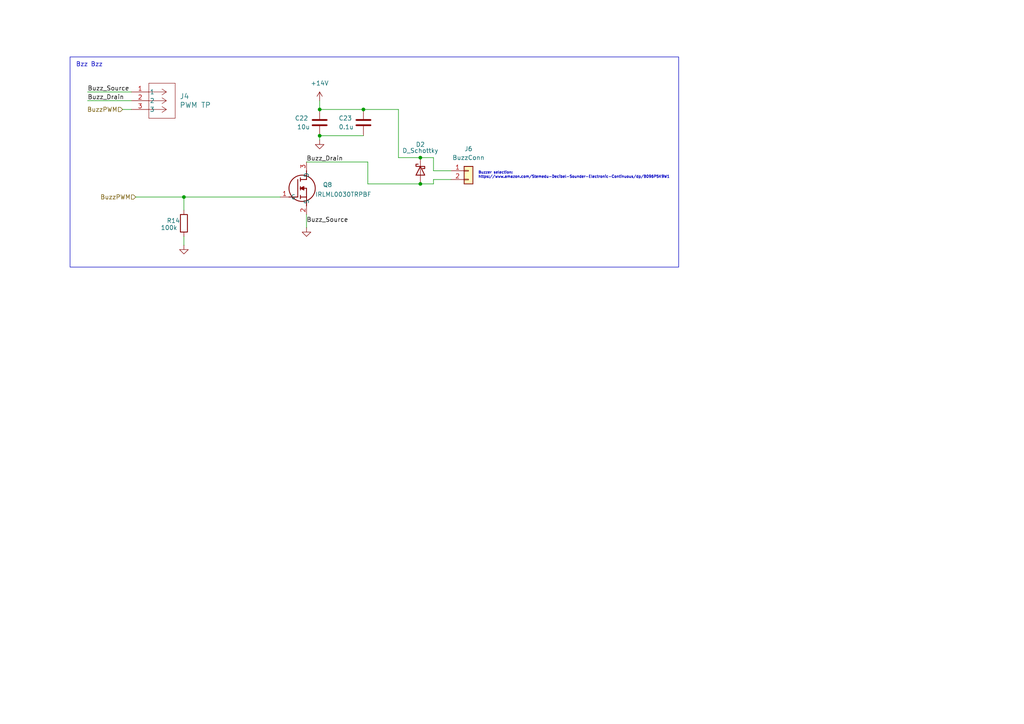
<source format=kicad_sch>
(kicad_sch (version 20250114) (generator "eeschema") (generator_version "9.0")
  (paper "A4")
  (lib_symbols
    (symbol "0022284030:22284030" (pin_names (offset 0.254))
      (property "Reference" "J" (at 8.89 6.35 0))
      (property "Value" "22284030" (at 0 0 0))
      (symbol "22284030_1_1"
        (polyline (pts (xy 5.08 2.54) (xy 5.08 -7.62)) (stroke (width 0.127)))
        (polyline (pts (xy 5.08 -7.62) (xy 12.7 -7.62)) (stroke (width 0.127)))
        (polyline (pts (xy 10.16 0) (xy 5.08 0)) (stroke (width 0.127)))
        (polyline (pts (xy 10.16 0) (xy 8.89 0.8467)) (stroke (width 0.127)))
        (polyline (pts (xy 10.16 0) (xy 8.89 -0.8467)) (stroke (width 0.127)))
        (polyline (pts (xy 10.16 -2.54) (xy 5.08 -2.54)) (stroke (width 0.127)))
        (polyline (pts (xy 10.16 -2.54) (xy 8.89 -1.6933)) (stroke (width 0.127)))
        (polyline (pts (xy 10.16 -2.54) (xy 8.89 -3.3867)) (stroke (width 0.127)))
        (polyline (pts (xy 10.16 -5.08) (xy 5.08 -5.08)) (stroke (width 0.127)))
        (polyline (pts (xy 10.16 -5.08) (xy 8.89 -4.2333)) (stroke (width 0.127)))
        (polyline (pts (xy 10.16 -5.08) (xy 8.89 -5.9267)) (stroke (width 0.127)))
        (polyline (pts (xy 12.7 2.54) (xy 5.08 2.54)) (stroke (width 0.127)))
        (polyline (pts (xy 12.7 -7.62) (xy 12.7 2.54)) (stroke (width 0.127)))
        (pin unspecified line (at 0 0 0) (length 5.08) (name "1") (number "1"))
        (pin unspecified line (at 0 -2.54 0) (length 5.08) (name "2") (number "2"))
        (pin unspecified line (at 0 -5.08 0) (length 5.08) (name "3") (number "3"))
      )
      (symbol "22284030_1_2"
        (polyline (pts (xy 5.08 2.54) (xy 5.08 -7.62)) (stroke (width 0.127)))
        (polyline (pts (xy 5.08 -7.62) (xy 12.7 -7.62)) (stroke (width 0.127)))
        (polyline (pts (xy 7.62 0) (xy 5.08 0)) (stroke (width 0.127)))
        (polyline (pts (xy 7.62 0) (xy 8.89 0.8467)) (stroke (width 0.127)))
        (polyline (pts (xy 7.62 0) (xy 8.89 -0.8467)) (stroke (width 0.127)))
        (polyline (pts (xy 7.62 -2.54) (xy 5.08 -2.54)) (stroke (width 0.127)))
        (polyline (pts (xy 7.62 -2.54) (xy 8.89 -1.6933)) (stroke (width 0.127)))
        (polyline (pts (xy 7.62 -2.54) (xy 8.89 -3.3867)) (stroke (width 0.127)))
        (polyline (pts (xy 7.62 -5.08) (xy 5.08 -5.08)) (stroke (width 0.127)))
        (polyline (pts (xy 7.62 -5.08) (xy 8.89 -4.2333)) (stroke (width 0.127)))
        (polyline (pts (xy 7.62 -5.08) (xy 8.89 -5.9267)) (stroke (width 0.127)))
        (polyline (pts (xy 12.7 2.54) (xy 5.08 2.54)) (stroke (width 0.127)))
        (polyline (pts (xy 12.7 -7.62) (xy 12.7 2.54)) (stroke (width 0.127)))
        (pin unspecified line (at 0 0 0) (length 5.08) (name "1") (number "1"))
        (pin unspecified line (at 0 -2.54 0) (length 5.08) (name "2") (number "2"))
        (pin unspecified line (at 0 -5.08 0) (length 5.08) (name "3") (number "3"))
      )
    )
    (symbol "Connector_Generic:Conn_01x02" (pin_names (offset 1.016) (hide yes))
      (property "Reference" "J" (at 0 2.54 0))
      (property "Value" "Conn_01x02" (at 0 -5.08 0))
      (symbol "Conn_01x02_1_1"
        (rectangle (start -1.27 1.27) (end 1.27 -3.81) (stroke (width 0.254)) (fill (type background)))
        (rectangle (start -1.27 0.127) (end 0 -0.127) (stroke (width 0.1524)))
        (rectangle (start -1.27 -2.413) (end 0 -2.667) (stroke (width 0.1524)))
        (pin passive line (at -5.08 0 0) (length 3.81) (name "Pin_1") (number "1"))
        (pin passive line (at -5.08 -2.54 0) (length 3.81) (name "Pin_2") (number "2"))
      )
    )
    (symbol "Device:C" (pin_numbers (hide yes)) (pin_names (offset 0.254))
      (property "Reference" "C" (at 0.635 2.54 0))
      (property "Value" "C" (at 0.635 -2.54 0))
      (symbol "C_0_1"
        (polyline (pts (xy -2.032 0.762) (xy 2.032 0.762)) (stroke (width 0.508)))
        (polyline (pts (xy -2.032 -0.762) (xy 2.032 -0.762)) (stroke (width 0.508)))
      )
      (symbol "C_1_1"
        (pin passive line (at 0 3.81 270) (length 2.794) (name "~") (number "1"))
        (pin passive line (at 0 -3.81 90) (length 2.794) (name "~") (number "2"))
      )
    )
    (symbol "Device:D_Schottky" (pin_numbers (hide yes)) (pin_names (offset 1.016) (hide yes))
      (property "Reference" "D6" (at -0.3175 6.35 0))
      (property "Value" "D_Schottky" (at -0.3175 3.81 0))
      (property "Description" "Schottky diode" (at 0 0 0))
      (symbol "D_Schottky_0_1"
        (polyline (pts (xy -1.905 0.635) (xy -1.905 1.27) (xy -1.27 1.27) (xy -1.27 -1.27) (xy -0.635 -1.27) (xy -0.635 -0.635)) (stroke (width 0.254)))
        (polyline (pts (xy 1.27 1.27) (xy 1.27 -1.27) (xy -1.27 0) (xy 1.27 1.27)) (stroke (width 0.254)))
        (polyline (pts (xy 1.27 0) (xy -1.27 0)))
      )
      (symbol "D_Schottky_1_1"
        (pin passive line (at -3.81 0 0) (length 2.54) (name "K") (number "1"))
        (pin passive line (at 3.81 0 180) (length 2.54) (name "A") (number "2"))
      )
    )
    (symbol "Device:R" (pin_numbers (hide yes)) (pin_names (offset 0))
      (property "Reference" "R" (at 2.032 0 90))
      (property "Value" "R" (at 0 0 90))
      (symbol "R_0_1"
        (rectangle (start -1.016 -2.54) (end 1.016 2.54) (stroke (width 0.254)))
      )
      (symbol "R_1_1"
        (pin passive line (at 0 3.81 270) (length 1.27) (name "~") (number "1"))
        (pin passive line (at 0 -3.81 90) (length 1.27) (name "~") (number "2"))
      )
    )
    (symbol "IRLML0030TRPBF:IRLML0030TRPBF"
      (property "Reference" "Q12" (at 10.16 7.62 0))
      (property "Value" "IRLML0030TRPBF" (at 10.16 5.08 0))
      (symbol "IRLML0030TRPBF_1_1"
        (polyline (pts (xy 5.08 -3.81) (xy 7.62 -3.81)) (stroke (width 0.254)))
        (polyline (pts (xy 7.62 1.27) (xy 7.62 -3.81)) (stroke (width 0.254)))
        (polyline (pts (xy 8.382 1.778) (xy 8.382 0.762)) (stroke (width 0.254)))
        (polyline (pts (xy 8.382 -1.27) (xy 9.398 -0.762) (xy 9.398 -1.778) (xy 8.382 -1.27)) (stroke (width 0.254)) (fill (type outline)))
        (polyline (pts (xy 8.382 -1.778) (xy 8.382 -0.762)) (stroke (width 0.254)))
        (polyline (pts (xy 8.382 -3.81) (xy 10.16 -3.81)) (stroke (width 0.254)))
        (polyline (pts (xy 8.382 -4.318) (xy 8.382 -3.302)) (stroke (width 0.254)))
        (circle (center 8.89 -1.27) (radius 3.81) (stroke (width 0.254)))
        (polyline (pts (xy 10.16 1.27) (xy 8.382 1.27)) (stroke (width 0.254)))
        (polyline (pts (xy 10.16 1.27) (xy 10.16 3.81)) (stroke (width 0.254)))
        (polyline (pts (xy 10.16 -1.27) (xy 8.382 -1.27)) (stroke (width 0.254)))
        (polyline (pts (xy 10.16 -1.27) (xy 10.16 -6.35)) (stroke (width 0.254)))
        (pin passive line (at 2.54 -3.81 0) (length 2.54) (name "G") (number "1"))
        (pin passive line (at 10.16 6.35 270) (length 2.54) (name "D") (number "3"))
        (pin passive line (at 10.16 -8.89 90) (length 2.54) (name "S") (number "2"))
      )
    )
    (symbol "power:+12V" (power) (pin_numbers (hide yes)) (pin_names (offset 0) (hide yes))
      (property "Value" "+12V" (at 0 3.556 0))
      (symbol "+12V_0_1"
        (polyline (pts (xy -0.762 1.27) (xy 0 2.54)))
        (polyline (pts (xy 0 2.54) (xy 0.762 1.27)))
        (polyline (pts (xy 0 0) (xy 0 2.54)))
      )
      (symbol "+12V_1_1"
        (pin power_in line (at 0 0 90) (length 0) (name "~") (number "1"))
      )
    )
    (symbol "power:GND" (power) (pin_numbers (hide yes)) (pin_names (offset 0) (hide yes))
      (property "Value" "GND" (at 0 -3.81 0))
      (symbol "GND_0_1"
        (polyline (pts (xy 0 0) (xy 0 -1.27) (xy 1.27 -1.27) (xy 0 -2.54) (xy -1.27 -1.27) (xy 0 -1.27)))
      )
      (symbol "GND_1_1"
        (pin power_in line (at 0 0 270) (length 0) (name "~") (number "1"))
      )
    )
  )
  (rectangle (start 20.32 16.51) (end 196.85 77.47))
  (text "Bzz Bzz\n" (at 25.908 18.796 0) (effects (font (size 1.27 1.27))))
  (text "Buzzer selection: \nhttps://www.amazon.com/Stemedu-Decibel-Sounder-Electronic-Continuous/dp/B096P5K9W1" (at 138.684 50.8 0) (effects (font (size 0.762 0.762)) (justify left)))
  (junction (at 121.92 53.34))
  (junction (at 105.41 31.75))
  (junction (at 53.34 57.15))
  (junction (at 92.71 31.75))
  (junction (at 121.92 45.72))
  (junction (at 92.71 39.37))
  (wire (pts (xy 121.92 53.34) (xy 125.73 53.34)))
  (wire (pts (xy 25.4 29.21) (xy 38.1 29.21)))
  (wire (pts (xy 125.73 45.72) (xy 125.73 49.53)))
  (wire (pts (xy 88.9 46.99) (xy 106.68 46.99)))
  (wire (pts (xy 92.71 29.21) (xy 92.71 31.75)))
  (wire (pts (xy 115.57 31.75) (xy 115.57 45.72)))
  (wire (pts (xy 105.41 31.75) (xy 92.71 31.75)))
  (wire (pts (xy 88.9 62.23) (xy 88.9 66.04)))
  (wire (pts (xy 125.73 52.07) (xy 125.73 53.34)))
  (wire (pts (xy 53.34 57.15) (xy 81.28 57.15)))
  (wire (pts (xy 53.34 60.96) (xy 53.34 57.15)))
  (wire (pts (xy 125.73 49.53) (xy 130.81 49.53)))
  (wire (pts (xy 106.68 46.99) (xy 106.68 53.34)))
  (wire (pts (xy 53.34 68.58) (xy 53.34 71.12)))
  (wire (pts (xy 105.41 31.75) (xy 115.57 31.75)))
  (wire (pts (xy 105.41 39.37) (xy 92.71 39.37)))
  (wire (pts (xy 35.56 31.75) (xy 38.1 31.75)))
  (wire (pts (xy 121.92 45.72) (xy 125.73 45.72)))
  (wire (pts (xy 106.68 53.34) (xy 121.92 53.34)))
  (wire (pts (xy 25.4 26.67) (xy 38.1 26.67)))
  (wire (pts (xy 115.57 45.72) (xy 121.92 45.72)))
  (wire (pts (xy 125.73 52.07) (xy 130.81 52.07)))
  (wire (pts (xy 39.37 57.15) (xy 53.34 57.15)))
  (wire (pts (xy 92.71 39.37) (xy 92.71 40.64)))
  (label "Buzz_Source" (at 88.9 64.77 0))
  (label "Buzz_Drain" (at 88.9 46.99 0))
  (label "Buzz_Source" (at 25.4 26.67 0))
  (label "Buzz_Drain" (at 25.4 29.21 0))
  (hierarchical_label "BuzzPWM" (shape input) (at 39.37 57.15 180))
  (hierarchical_label "BuzzPWM" (shape input) (at 35.56 31.75 180))
  (symbol (lib_id "power:GND") (at 88.9 66.04 0) (unit 1)
    (property "Reference" "#PWR011" (effects (hide yes)))
    (property "Value" "GND" (effects (hide yes)))
    (property "Description" "Power symbol creates a global label with name \"GND\" , ground" (effects (hide yes)))
  )
  (symbol (lib_id "Device:R") (at 53.34 64.77 0) (mirror x) (unit 1)
    (property "Reference" "R14" (at 50.292 64.008 0))
    (property "Value" "100k" (at 49.022 66.04 0))
    (property "Footprint" "Resistor_SMD:R_0603_1608Metric" (effects (hide yes)))
    (property "Description" "Resistor" (effects (hide yes)))
    (property "Distrbutor Link" "https://www.mouser.com/ProductDetail/Vishay/CRCW0603100KFKEE?qs=%252B6g0mu59x7I1D%252BO0qMg%252Bjg%3D%3D&srsltid=AfmBOopUoX5SRH4kgw3t3NsysWvdNpHKSQXbyiBR5Kri4fiJTbfEazFl" (effects (hide yes)))
    (property "Manufacturer" "Vishay" (effects (hide yes)))
    (property "P/N" "CRCW0603100KFKEE" (effects (hide yes)))
  )
  (symbol (lib_id "power:+12V") (at 92.71 29.21 0) (mirror y) (unit 1)
    (property "Reference" "#PWR040" (effects (hide yes)))
    (property "Value" "+14V" (at 92.71 24.13 0))
    (property "Description" "Power symbol creates a global label with name \"+12V\"" (effects (hide yes)))
  )
  (symbol (lib_id "Device:C") (at 92.71 35.56 0) (mirror y) (unit 1)
    (property "Reference" "C22" (at 89.408 34.29 0) (effects (justify left)))
    (property "Value" "10u" (at 89.916 36.83 0) (effects (justify left)))
    (property "Footprint" "Capacitor_SMD:C_0805_2012Metric" (effects (hide yes)))
    (property "Description" "Unpolarized capacitor" (effects (hide yes)))
    (property "Distrbutor Link" "https://www.mouser.com/ProductDetail/Murata-Electronics/GRM21BR61H106KE43K?qs=xZ%2FP%252Ba9zWqbh3%252B96jyTKxw%3D%3D&srsltid=AfmBOooOWPD4zTBWFOdsFTWSEfQ5tcdFt57vSozifhtwlehrhxhA2k6m" (effects (hide yes)))
    (property "Manufacturer" "Murata Electronics" (effects (hide yes)))
    (property "P/N" "GRM21BR61H106KE43K" (effects (hide yes)))
  )
  (symbol (lib_id "0022284030:22284030") (at 38.1 26.67 0) (unit 1)
    (property "Reference" "J4" (at 52.07 27.9399 0) (effects (font (size 1.524 1.524)) (justify left)))
    (property "Value" "PWM TP" (at 52.07 30.4799 0) (effects (font (size 1.524 1.524)) (justify left)))
    (property "Footprint" "22284030:CONN_SD-42375-001_M240_03_MOL" (effects (hide yes)))
    (property "Datasheet" "https://www.molex.com/en-us/products/part-detail-pdf/22284030?display=pdf" (effects (hide yes)))
    (property "P/N" "22-28-4030" (effects (hide yes)))
  )
  (symbol (lib_id "Device:C") (at 105.41 35.56 0) (mirror y) (unit 1)
    (property "Reference" "C23" (at 102.108 34.29 0) (effects (justify left)))
    (property "Value" "0.1u" (at 102.616 36.83 0) (effects (justify left)))
    (property "Footprint" "Capacitor_SMD:C_0603_1608Metric" (effects (hide yes)))
    (property "Description" "Unpolarized capacitor" (effects (hide yes)))
    (property "Distrbutor Link" "https://www.mouser.com/ProductDetail/TAIYO-YUDEN/MLASH168SB7104KTNA01?qs=tlsG%2FOw5FFi7JK68L1DgIQ%3D%3D&srsltid=AfmBOorVpJ3mcbZ5tis8ztDksE2XqfTExs2YzjOUm6_fYjixjAtIEVC5" (effects (hide yes)))
    (property "Manufacturer" "TAIYO YUDEN" (effects (hide yes)))
    (property "P/N" "MLASH168SB7104KTNA01" (effects (hide yes)))
  )
  (symbol (lib_id "Device:D_Schottky") (at 121.92 49.53 90) (mirror x) (unit 1)
    (property "Reference" "D2" (at 121.92 41.91 90))
    (property "Value" "D_Schottky" (at 121.92 43.688 90))
    (property "Footprint" "SK32A_LTP:SDO_DO-214AC-SMA_MCE" (effects (hide yes)))
    (property "Datasheet" "https://www.mouser.com/datasheet/3/225/1/SK32A-L-SK310A-L(SMA).pdf" (effects (hide yes)))
    (property "Description" "Schottky diode" (effects (hide yes)))
    (property "Distrbutor Link" "https://www.mouser.com/ProductDetail/Micro-Commercial-Components-MCC/SK32A-LTP?qs=JeAkOuORR2U5XhGW5SLK2g%3D%3D&srsltid=AfmBOoqFiyx6irMBt28Q3Vo65pAmn7yAO98wOsjACKNj2Ab_fSU83u8p" (effects (hide yes)))
    (property "Manufacturer" "Micro Commercial Components (MCC)" (effects (hide yes)))
    (property "P/N" "SK32A-LTP" (effects (hide yes)))
  )
  (symbol (lib_id "Connector_Generic:Conn_01x02") (at 135.89 49.53 0) (unit 1)
    (property "Reference" "J6" (at 135.89 43.18 0))
    (property "Value" "BuzzConn" (at 135.89 45.72 0))
    (property "Footprint" "153091202:1053091202" (effects (hide yes)))
    (property "Datasheet" "https://www.molex.com/en-us/products/part-detail/1053091202?display=pdf" (effects (hide yes)))
    (property "Description" "Generic connector, single row, 01x02, script generated (kicad-library-utils/schlib/autogen/connector/)" (effects (hide yes)))
    (property "Distrbutor Link" "https://www.mouser.com/ProductDetail/Molex/105309-1202?qs=PqFvFmEiOr43z2VKs7gb%2Fg%3D%3D" (effects (hide yes)))
    (property "Manufacturer" "Molex" (effects (hide yes)))
    (property "P/N" "105309-1202" (effects (hide yes)))
  )
  (symbol (lib_id "IRLML0030TRPBF:IRLML0030TRPBF") (at 78.74 53.34 0) (unit 1)
    (property "Reference" "Q8" (at 94.996 53.594 0))
    (property "Value" "IRLML0030TRPBF" (at 99.568 56.388 0))
    (property "Footprint" "IRLML0030TRPBF:SOT95P237X112-3N" (effects (hide yes)))
    (property "Datasheet" "http://www.infineon.com/dgdl/irlml0030pbf.pdf?fileId=5546d462533600a401535664773825df" (effects (hide yes)))
    (property "Description" "INFINEON - IRLML0030TRPBF - MOSFET, N CH, 30V, 5.3A, SOT23-3" (effects (hide yes)))
    (property "Height" "1.12" (effects (hide yes)))
    (property "Mouser Part Number" "942-IRLML0030TRPBF" (effects (hide yes)))
    (property "Mouser Price/Stock" "https://www.mouser.co.uk/ProductDetail/Infineon-Technologies/IRLML0030TRPBF?qs=9%252BKlkBgLFf0lLJi3xz1alg%3D%3D" (effects (hide yes)))
    (property "Manufacturer_Name" "Infineon" (effects (hide yes)))
    (property "Manufacturer_Part_Number" "IRLML0030TRPBF" (effects (hide yes)))
    (property "P/N" "IRLML0030TRPBF:SOT95P237X112-3N" (effects (hide yes)))
  )
  (symbol (lib_id "power:GND") (at 53.34 71.12 0) (unit 1)
    (property "Reference" "#PWR038" (effects (hide yes)))
    (property "Value" "GND" (effects (hide yes)))
    (property "Description" "Power symbol creates a global label with name \"GND\" , ground" (effects (hide yes)))
  )
  (symbol (lib_id "power:GND") (at 92.71 40.64 0) (mirror y) (unit 1)
    (property "Reference" "#PWR041" (effects (hide yes)))
    (property "Value" "GND" (effects (hide yes)))
    (property "Description" "Power symbol creates a global label with name \"GND\" , ground" (effects (hide yes)))
  )
)
</source>
